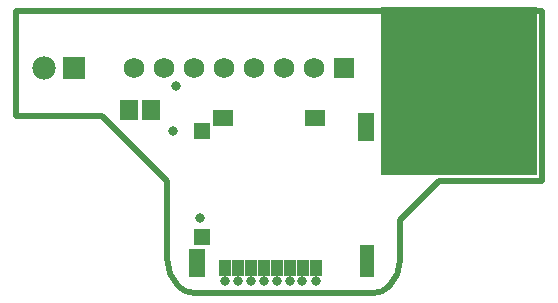
<source format=gts>
G04*
G04 #@! TF.GenerationSoftware,Altium Limited,CircuitStudio,1.5.2 (1.5.2.30)*
G04*
G04 Layer_Color=20142*
%FSLAX44Y44*%
%MOMM*%
G71*
G01*
G75*
%ADD18C,0.5000*%
%ADD29R,1.5032X1.8032*%
%ADD30R,1.0032X1.4432*%
%ADD31R,1.1532X2.7032*%
%ADD32R,1.3532X2.4032*%
%ADD33R,1.3632X1.4532*%
%ADD34R,1.3632X1.4032*%
%ADD35R,1.7032X1.3532*%
%ADD36C,1.9812*%
%ADD37R,1.9812X1.9812*%
%ADD38C,1.7272*%
%ADD39R,1.7272X1.7272*%
%ADD40R,13.2032X14.2032*%
%ADD41C,0.8032*%
D18*
X307169Y276295D02*
G03*
X319240Y271295I12071J12071D01*
G01*
X297169Y298995D02*
G03*
X306149Y277315I30661J0D01*
G01*
X485260D02*
G03*
X494240Y298995I-21680J21680D01*
G01*
X472169Y271295D02*
G03*
X484240Y276295I0J17071D01*
G01*
X494240Y298995D02*
Y333295D01*
X527240Y366295D01*
X614240D01*
X169240Y421295D02*
X242169D01*
X297169Y366295D01*
Y298995D02*
Y366295D01*
X484240Y276295D02*
X485260Y277315D01*
X469240Y271295D02*
X472169D01*
X169240Y421295D02*
Y510000D01*
X614240Y366295D02*
Y510000D01*
X319240Y271295D02*
X469240D01*
X169240Y510000D02*
X614240D01*
D29*
X264740Y426295D02*
D03*
X283740D02*
D03*
D30*
X422700Y292050D02*
D03*
X411700D02*
D03*
X400700D02*
D03*
X389700D02*
D03*
X378700D02*
D03*
X367700D02*
D03*
X356700D02*
D03*
X345700D02*
D03*
D31*
X466150Y298350D02*
D03*
D32*
X322250Y296850D02*
D03*
X465150Y411650D02*
D03*
D33*
X326300Y318350D02*
D03*
D34*
Y408350D02*
D03*
D35*
X422100Y419600D02*
D03*
X344300D02*
D03*
D36*
X193040Y461580D02*
D03*
D37*
X218440Y461580D02*
D03*
D38*
X269240Y461295D02*
D03*
X294640D02*
D03*
X421640D02*
D03*
X396240D02*
D03*
X370840D02*
D03*
X345440D02*
D03*
X320040D02*
D03*
D39*
X447040D02*
D03*
D40*
X544240Y442545D02*
D03*
D41*
X304240Y446295D02*
D03*
X345700Y281295D02*
D03*
X368240D02*
D03*
X389700D02*
D03*
X302000Y408000D02*
D03*
X325000Y335000D02*
D03*
X356870Y281295D02*
D03*
X378940D02*
D03*
X400700D02*
D03*
X411480D02*
D03*
X422910D02*
D03*
M02*

</source>
